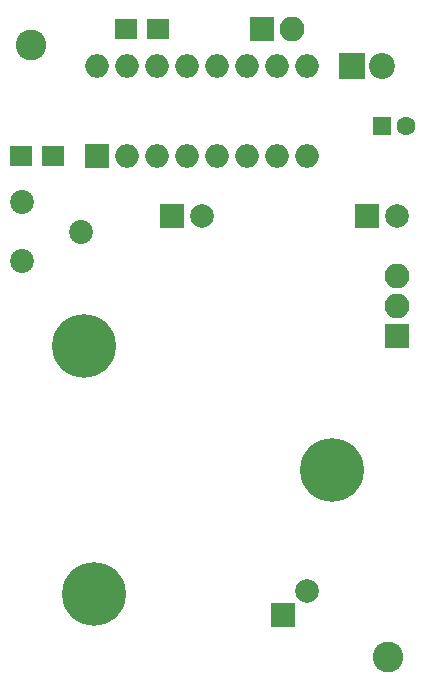
<source format=gbr>
G04 #@! TF.FileFunction,Soldermask,Top*
%FSLAX46Y46*%
G04 Gerber Fmt 4.6, Leading zero omitted, Abs format (unit mm)*
G04 Created by KiCad (PCBNEW 4.0.5) date 03/22/17 00:40:04*
%MOMM*%
%LPD*%
G01*
G04 APERTURE LIST*
%ADD10C,0.100000*%
%ADD11R,2.000000X2.000000*%
%ADD12C,2.000000*%
%ADD13R,1.600000X1.600000*%
%ADD14C,1.600000*%
%ADD15R,2.200000X2.200000*%
%ADD16C,2.200000*%
%ADD17R,2.100000X2.100000*%
%ADD18O,2.100000X2.100000*%
%ADD19C,5.400000*%
%ADD20R,1.900000X1.700000*%
%ADD21C,2.020000*%
%ADD22O,2.000000X2.000000*%
%ADD23C,2.600000*%
G04 APERTURE END LIST*
D10*
D11*
X148590000Y-106680000D03*
D12*
X151090000Y-106680000D03*
D13*
X149860000Y-99060000D03*
D14*
X151860000Y-99060000D03*
D15*
X147320000Y-93980000D03*
D16*
X149860000Y-93980000D03*
D17*
X139700000Y-90805000D03*
D18*
X142240000Y-90805000D03*
D12*
X134620000Y-106680000D03*
D11*
X132080000Y-106680000D03*
D12*
X143510000Y-138430000D03*
D11*
X141478000Y-140462000D03*
D19*
X145620000Y-128180000D03*
X125476000Y-138684000D03*
X124620000Y-117680000D03*
D18*
X151130000Y-111760000D03*
D17*
X151130000Y-116840000D03*
D18*
X151130000Y-114300000D03*
D20*
X119300000Y-101600000D03*
X122000000Y-101600000D03*
X128190000Y-90805000D03*
X130890000Y-90805000D03*
D21*
X119380000Y-105490000D03*
X124380000Y-107990000D03*
X119380000Y-110490000D03*
D11*
X125730000Y-101600000D03*
D22*
X143510000Y-93980000D03*
X128270000Y-101600000D03*
X140970000Y-93980000D03*
X130810000Y-101600000D03*
X138430000Y-93980000D03*
X133350000Y-101600000D03*
X135890000Y-93980000D03*
X135890000Y-101600000D03*
X133350000Y-93980000D03*
X138430000Y-101600000D03*
X130810000Y-93980000D03*
X140970000Y-101600000D03*
X128270000Y-93980000D03*
X143510000Y-101600000D03*
X125730000Y-93980000D03*
D23*
X120142000Y-92202000D03*
X150368000Y-144018000D03*
M02*

</source>
